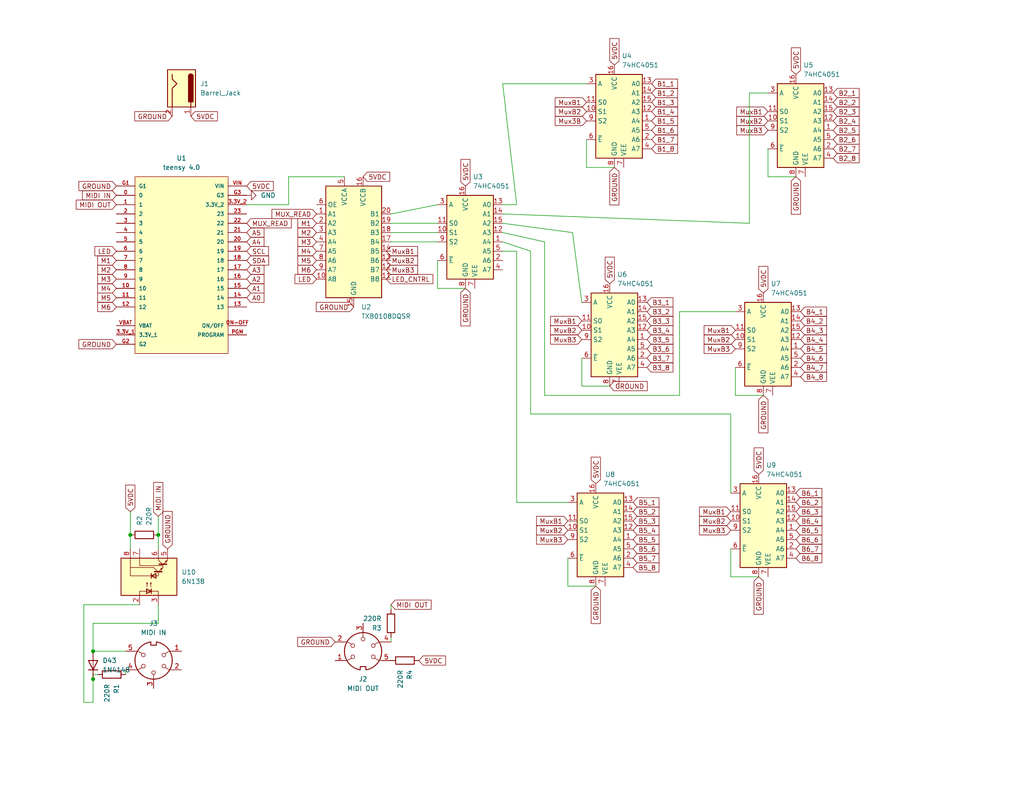
<source format=kicad_sch>
(kicad_sch (version 20211123) (generator eeschema)
  (paper "A")
  (title_block (title "BenzMOARknobz") (company "BSS"))
  (junction (at 25.4 177.8))
  (junction (at 25.4 185.42))
  (junction (at 43.18 146.05))
  (junction (at 35.56 146.05))
  (wire (pts (xy 468.63 76.2) (xy 468.63 96.52)))
  (wire (pts (xy 394.97 50.8) (xy 394.97 49.53)))
  (wire (pts (xy 137.16 66.04) (xy 144.78 68.58)))
  (wire (pts (xy 78.74 55.88) (xy 78.74 48.26)))
  (wire (pts (xy 304.8 93.98) (xy 295.91 93.98)))
  (wire (pts (xy 26.67 184.15) (xy 25.4 184.15)))
  (wire (pts (xy 370.84 96.52) (xy 379.73 96.52)))
  (wire (pts (xy 295.91 93.98) (xy 295.91 118.11)))
  (wire (pts (xy 394.97 140.97) (xy 394.97 139.7)))
  (wire (pts (xy 154.94 160.02) (xy 162.56 160.02)))
  (wire (pts (xy 78.74 48.26) (xy 93.98 48.26)))
  (wire (pts (xy 137.16 58.42) (xy 204.47 60.96)))
  (wire (pts (xy 304.8 46.99) (xy 295.91 46.99)))
  (wire (pts (xy 370.84 49.53) (xy 379.73 49.53)))
  (wire (pts (xy 369.57 72.39) (xy 369.57 73.66)))
  (wire (pts (xy 459.74 76.2) (xy 468.63 76.2)))
  (wire (pts (xy 417.83 26.67) (xy 417.83 27.94)))
  (wire (pts (xy 38.1 165.1) (xy 22.86 165.1)))
  (wire (pts (xy 453.39 139.7) (xy 443.23 139.7)))
  (wire (pts (xy 160.02 45.72) (xy 167.64 45.72)))
  (wire (pts (xy 200.66 85.09) (xy 185.42 85.09)))
  (wire (pts (xy 443.23 96.52) (xy 443.23 97.79)))
  (wire (pts (xy 204.47 60.96) (xy 204.47 25.4)))
  (wire (pts (xy 320.04 95.25) (xy 320.04 93.98)))
  (wire (pts (xy 419.1 97.79) (xy 427.99 97.79)))
  (wire (pts (xy 140.97 55.88) (xy 137.16 55.88)))
  (wire (pts (xy 453.39 49.53) (xy 443.23 49.53)))
  (wire (pts (xy 355.6 49.53) (xy 346.71 49.53)))
  (wire (pts (xy 295.91 46.99) (xy 295.91 73.66)))
  (wire (pts (xy 160.02 38.1) (xy 160.02 45.72)))
  (wire (pts (xy 321.31 118.11) (xy 321.31 116.84)))
  (wire (pts (xy 444.5 27.94) (xy 444.5 29.21)))
  (wire (pts (xy 369.57 25.4) (xy 369.57 26.67)))
  (wire (pts (xy 370.84 139.7) (xy 379.73 139.7)))
  (wire (pts (xy 331.47 138.43) (xy 320.04 138.43)))
  (wire (pts (xy 199.39 157.48) (xy 207.01 157.48)))
  (wire (pts (xy 417.83 118.11) (xy 417.83 119.38)))
  (wire (pts (xy 106.68 58.42) (xy 119.38 55.88)))
  (wire (pts (xy 106.68 66.04) (xy 119.38 66.04)))
  (wire (pts (xy 320.04 138.43) (xy 320.04 137.16)))
  (wire (pts (xy 119.38 78.74) (xy 127 78.74)))
  (wire (pts (xy 346.71 139.7) (xy 346.71 138.43)))
  (wire (pts (xy 360.68 25.4) (xy 369.57 25.4)))
  (wire (pts (xy 384.81 73.66) (xy 393.7 73.66)))
  (wire (pts (xy 408.94 26.67) (xy 417.83 26.67)))
  (wire (pts (xy 443.23 49.53) (xy 443.23 50.8)))
  (wire (pts (xy 22.86 191.77) (xy 25.4 191.77)))
  (wire (pts (xy 200.66 107.95) (xy 208.28 107.95)))
  (wire (pts (xy 22.86 165.1) (xy 22.86 191.77)))
  (wire (pts (xy 360.68 116.84) (xy 369.57 116.84)))
  (wire (pts (xy 403.86 140.97) (xy 394.97 140.97)))
  (wire (pts (xy 35.56 139.7) (xy 35.56 146.05)))
  (wire (pts (xy 408.94 118.11) (xy 417.83 118.11)))
  (wire (pts (xy 408.94 73.66) (xy 417.83 73.66)))
  (wire (pts (xy 384.81 26.67) (xy 393.7 26.67)))
  (wire (pts (xy 209.55 40.64) (xy 209.55 48.26)))
  (wire (pts (xy 158.75 97.79) (xy 158.75 105.41)))
  (wire (pts (xy 43.18 146.05) (xy 43.18 149.86)))
  (wire (pts (xy 67.31 55.88) (xy 78.74 55.88)))
  (wire (pts (xy 459.74 120.65) (xy 468.63 120.65)))
  (wire (pts (xy 106.68 60.96) (xy 119.38 60.96)))
  (wire (pts (xy 419.1 140.97) (xy 427.99 140.97)))
  (wire (pts (xy 34.29 182.88) (xy 34.29 184.15)))
  (wire (pts (xy 140.97 68.58) (xy 140.97 137.16)))
  (wire (pts (xy 360.68 72.39) (xy 369.57 72.39)))
  (wire (pts (xy 144.78 113.03) (xy 144.78 68.58)))
  (wire (pts (xy 443.23 139.7) (xy 443.23 140.97)))
  (wire (pts (xy 444.5 74.93) (xy 444.5 76.2)))
  (wire (pts (xy 25.4 184.15) (xy 25.4 185.42)))
  (wire (pts (xy 346.71 49.53) (xy 346.71 48.26)))
  (wire (pts (xy 336.55 72.39) (xy 345.44 72.39)))
  (wire (pts (xy 331.47 95.25) (xy 320.04 95.25)))
  (wire (pts (xy 433.07 27.94) (xy 444.5 27.94)))
  (wire (pts (xy 384.81 118.11) (xy 393.7 118.11)))
  (wire (pts (xy 148.59 107.95) (xy 148.59 66.04)))
  (wire (pts (xy 468.63 120.65) (xy 468.63 139.7)))
  (wire (pts (xy 35.56 146.05) (xy 35.56 149.86)))
  (wire (pts (xy 148.59 66.04) (xy 137.16 63.5)))
  (wire (pts (xy 199.39 113.03) (xy 144.78 113.03)))
  (wire (pts (xy 199.39 134.62) (xy 199.39 113.03)))
  (wire (pts (xy 199.39 149.86) (xy 199.39 157.48)))
  (wire (pts (xy 403.86 50.8) (xy 394.97 50.8)))
  (wire (pts (xy 106.68 63.5) (xy 119.38 63.5)))
  (wire (pts (xy 160.02 22.86) (xy 137.16 22.86)))
  (wire (pts (xy 321.31 26.67) (xy 321.31 25.4)))
  (wire (pts (xy 346.71 96.52) (xy 346.71 95.25)))
  (wire (pts (xy 119.38 71.12) (xy 119.38 78.74)))
  (wire (pts (xy 204.47 25.4) (xy 209.55 25.4)))
  (wire (pts (xy 43.18 165.1) (xy 43.18 170.18)))
  (wire (pts (xy 185.42 85.09) (xy 185.42 107.95)))
  (wire (pts (xy 311.15 73.66) (xy 321.31 73.66)))
  (wire (pts (xy 453.39 96.52) (xy 443.23 96.52)))
  (wire (pts (xy 106.68 173.99) (xy 106.68 175.26)))
  (wire (pts (xy 311.15 26.67) (xy 321.31 26.67)))
  (wire (pts (xy 43.18 170.18) (xy 25.4 170.18)))
  (wire (pts (xy 444.5 119.38) (xy 444.5 120.65)))
  (wire (pts (xy 200.66 100.33) (xy 200.66 107.95)))
  (wire (pts (xy 311.15 118.11) (xy 321.31 118.11)))
  (wire (pts (xy 156.21 63.5) (xy 158.75 82.55)))
  (wire (pts (xy 321.31 73.66) (xy 321.31 72.39)))
  (wire (pts (xy 106.68 165.1) (xy 106.68 166.37)))
  (wire (pts (xy 137.16 68.58) (xy 140.97 68.58)))
  (wire (pts (xy 154.94 152.4) (xy 154.94 160.02)))
  (wire (pts (xy 417.83 73.66) (xy 417.83 74.93)))
  (wire (pts (xy 336.55 25.4) (xy 345.44 25.4)))
  (wire (pts (xy 137.16 22.86) (xy 140.97 55.88)))
  (wire (pts (xy 209.55 48.26) (xy 217.17 48.26)))
  (wire (pts (xy 331.47 48.26) (xy 320.04 48.26)))
  (wire (pts (xy 394.97 97.79) (xy 394.97 96.52)))
  (wire (pts (xy 459.74 29.21) (xy 468.63 29.21)))
  (wire (pts (xy 25.4 177.8) (xy 34.29 177.8)))
  (wire (pts (xy 419.1 50.8) (xy 427.99 50.8)))
  (wire (pts (xy 320.04 48.26) (xy 320.04 46.99)))
  (wire (pts (xy 468.63 29.21) (xy 468.63 49.53)))
  (wire (pts (xy 433.07 74.93) (xy 444.5 74.93)))
  (wire (pts (xy 355.6 139.7) (xy 346.71 139.7)))
  (wire (pts (xy 433.07 119.38) (xy 444.5 119.38)))
  (wire (pts (xy 25.4 185.42) (xy 25.4 191.77)))
  (wire (pts (xy 185.42 107.95) (xy 148.59 107.95)))
  (wire (pts (xy 137.16 60.96) (xy 156.21 63.5)))
  (wire (pts (xy 369.57 116.84) (xy 369.57 118.11)))
  (wire (pts (xy 403.86 97.79) (xy 394.97 97.79)))
  (wire (pts (xy 355.6 96.52) (xy 346.71 96.52)))
  (wire (pts (xy 158.75 105.41) (xy 166.37 105.41)))
  (wire (pts (xy 43.18 140.97) (xy 43.18 146.05)))
  (wire (pts (xy 154.94 137.16) (xy 140.97 137.16)))
  (wire (pts (xy 25.4 170.18) (xy 25.4 177.8)))
  (wire (pts (xy 336.55 116.84) (xy 345.44 116.84)))
  (global_label "B6_3" (shape input) (at 697.23 71.12 0) (property "Intersheet References" "${INTERSHEET_REFS}" (effects hide)))
  (global_label "Mux3B" (shape input) (at 160.02 33.02 180) (property "Intersheet References" "${INTERSHEET_REFS}" (effects hide)))
  (global_label "LED" (shape input) (at 86.36 76.2 180) (property "Intersheet References" "${INTERSHEET_REFS}" (effects hide)))
  (global_label "A4" (shape input) (at 67.31 66.04 0) (property "Intersheet References" "${INTERSHEET_REFS}" (effects hide)))
  (global_label "B4_5" (shape input) (at 218.44 95.25 0) (property "Intersheet References" "${INTERSHEET_REFS}" (effects hide)))
  (global_label "A3" (shape input) (at 67.31 73.66 0) (property "Intersheet References" "${INTERSHEET_REFS}" (effects hide)))
  (global_label "5VDC" (shape input) (at 538.48 55.88 180) (property "Intersheet References" "${INTERSHEET_REFS}" (effects hide)))
  (global_label "MIDI OUT" (shape input) (at 106.68 165.1 0) (property "Intersheet References" "${INTERSHEET_REFS}" (effects hide)))
  (global_label "5VDC" (shape input) (at 452.12 113.03 90) (property "Intersheet References" "${INTERSHEET_REFS}" (effects hide)))
  (global_label "5VDC" (shape input) (at 746.76 54.61 180) (property "Intersheet References" "${INTERSHEET_REFS}" (effects hide)))
  (global_label "5VDC" (shape input) (at 328.93 64.77 90) (property "Intersheet References" "${INTERSHEET_REFS}" (effects hide)))
  (global_label "GROUND" (shape input) (at 435.61 90.17 180) (property "Intersheet References" "${INTERSHEET_REFS}" (effects hide)))
  (global_label "B3_6" (shape input) (at 751.84 40.64 0) (property "Intersheet References" "${INTERSHEET_REFS}" (effects hide)))
  (global_label "B6_4" (shape input) (at 217.17 142.24 0) (property "Intersheet References" "${INTERSHEET_REFS}" (effects hide)))
  (global_label "GROUND" (shape input) (at 461.01 132.08 180) (property "Intersheet References" "${INTERSHEET_REFS}" (effects hide)))
  (global_label "5VDC" (shape input) (at 339.09 55.88 270) (property "Intersheet References" "${INTERSHEET_REFS}" (effects hide)))
  (global_label "5VDC" (shape input) (at 513.08 41.91 180) (property "Intersheet References" "${INTERSHEET_REFS}" (effects hide)))
  (global_label "B2_3" (shape input) (at 750.57 24.13 0) (property "Intersheet References" "${INTERSHEET_REFS}" (effects hide)))
  (global_label "GROUND" (shape input) (at 162.56 160.02 270) (property "Intersheet References" "${INTERSHEET_REFS}" (effects hide)))
  (global_label "GROUND" (shape input) (at 387.35 41.91 180) (property "Intersheet References" "${INTERSHEET_REFS}" (effects hide)))
  (global_label "B2_5" (shape input) (at 227.33 35.56 0) (property "Intersheet References" "${INTERSHEET_REFS}" (effects hide)))
  (global_label "5VDC" (shape input) (at 99.06 48.26 0) (property "Intersheet References" "${INTERSHEET_REFS}" (effects hide)))
  (global_label "5VDC" (shape input) (at 664.21 55.88 180) (property "Intersheet References" "${INTERSHEET_REFS}" (effects hide)))
  (global_label "5VDC" (shape input) (at 353.06 109.22 90) (property "Intersheet References" "${INTERSHEET_REFS}" (effects hide)))
  (global_label "B2_1" (shape input) (at 695.96 24.13 0) (property "Intersheet References" "${INTERSHEET_REFS}" (effects hide)))
  (global_label "5VDC" (shape input) (at 514.35 124.46 180) (property "Intersheet References" "${INTERSHEET_REFS}" (effects hide)))
  (global_label "B4_8" (shape input) (at 618.49 124.46 0) (property "Intersheet References" "${INTERSHEET_REFS}" (effects hide)))
  (global_label "B3_7" (shape input) (at 520.7 55.88 0) (property "Intersheet References" "${INTERSHEET_REFS}" (effects hide)))
  (global_label "5VDC" (shape input) (at 377.19 19.05 90) (property "Intersheet References" "${INTERSHEET_REFS}" (effects hide)))
  (global_label "M1" (shape input) (at 31.75 71.12 180) (property "Intersheet References" "${INTERSHEET_REFS}" (effects hide)))
  (global_label "5VDC" (shape input) (at 615.95 24.13 180) (property "Intersheet References" "${INTERSHEET_REFS}" (effects hide)))
  (global_label "5VDC" (shape input) (at 377.19 110.49 90) (property "Intersheet References" "${INTERSHEET_REFS}" (effects hide)))
  (global_label "B6_8" (shape input) (at 679.45 124.46 0) (property "Intersheet References" "${INTERSHEET_REFS}" (effects hide)))
  (global_label "5VDC" (shape input) (at 749.3 71.12 180) (property "Intersheet References" "${INTERSHEET_REFS}" (effects hide)))
  (global_label "B2_7" (shape input) (at 227.33 40.64 0) (property "Intersheet References" "${INTERSHEET_REFS}" (effects hide)))
  (global_label "M1" (shape input) (at 86.36 60.96 180) (property "Intersheet References" "${INTERSHEET_REFS}" (effects hide)))
  (global_label "B5_2" (shape input) (at 754.38 54.61 0) (property "Intersheet References" "${INTERSHEET_REFS}" (effects hide)))
  (global_label "B6_2" (shape input) (at 673.1 71.12 0) (property "Intersheet References" "${INTERSHEET_REFS}" (effects hide)))
  (global_label "GROUND" (shape input) (at 401.32 81.28 180) (property "Intersheet References" "${INTERSHEET_REFS}" (effects hide)))
  (global_label "GROUND" (shape input) (at 741.68 191.77 0) (property "Intersheet References" "${INTERSHEET_REFS}" (effects hide)))
  (global_label "SCL" (shape input) (at 562.61 148.59 0) (property "Intersheet References" "${INTERSHEET_REFS}" (effects hide)))
  (global_label "GROUND" (shape input) (at 303.53 125.73 180) (property "Intersheet References" "${INTERSHEET_REFS}" (effects hide)))
  (global_label "B3_1" (shape input) (at 176.53 82.55 0) (property "Intersheet References" "${INTERSHEET_REFS}" (effects hide)))
  (global_label "B4_4" (shape input) (at 622.3 55.88 0) (property "Intersheet References" "${INTERSHEET_REFS}" (effects hide)))
  (global_label "GROUND" (shape input) (at 46.99 31.75 180) (property "Intersheet References" "${INTERSHEET_REFS}" (effects hide)))
  (global_label "5VDC" (shape input) (at 688.34 24.13 180) (property "Intersheet References" "${INTERSHEET_REFS}" (effects hide)))
  (global_label "5VDC" (shape input) (at 411.48 58.42 270) (property "Intersheet References" "${INTERSHEET_REFS}" (effects hide)))
  (global_label "B6_7" (shape input) (at 217.17 149.86 0) (property "Intersheet References" "${INTERSHEET_REFS}" (effects hide)))
  (global_label "5VDC" (shape input) (at 716.28 55.88 180) (property "Intersheet References" "${INTERSHEET_REFS}" (effects hide)))
  (global_label "A0" (shape input) (at 67.31 81.28 0) (property "Intersheet References" "${INTERSHEET_REFS}" (effects hide)))
  (global_label "LED_CNTRL" (shape input) (at 105.41 76.2 0) (property "Intersheet References" "${INTERSHEET_REFS}" (effects hide)))
  (global_label "B5_2" (shape input) (at 172.72 139.7 0) (property "Intersheet References" "${INTERSHEET_REFS}" (effects hide)))
  (global_label "5VDC" (shape input) (at 641.35 55.88 180) (property "Intersheet References" "${INTERSHEET_REFS}" (effects hide)))
  (global_label "GROUND" (shape input) (at 411.48 90.17 180) (property "Intersheet References" "${INTERSHEET_REFS}" (effects hide)))
  (global_label "5VDC" (shape input) (at 565.15 24.13 180) (property "Intersheet References" "${INTERSHEET_REFS}" (effects hide)))
  (global_label "B2_6" (shape input) (at 571.5 41.91 0) (property "Intersheet References" "${INTERSHEET_REFS}" (effects hide)))
  (global_label "5VDC" (shape input) (at 664.21 41.91 180) (property "Intersheet References" "${INTERSHEET_REFS}" (effects hide)))
  (global_label "B2_5" (shape input) (at 546.1 41.91 0) (property "Intersheet References" "${INTERSHEET_REFS}" (effects hide)))
  (global_label "M6" (shape input) (at 86.36 73.66 180) (property "Intersheet References" "${INTERSHEET_REFS}" (effects hide)))
  (global_label "GROUND" (shape input) (at 339.09 130.81 180) (property "Intersheet References" "${INTERSHEET_REFS}" (effects hide)))
  (global_label "MuxB1" (shape input) (at 154.94 142.24 180) (property "Intersheet References" "${INTERSHEET_REFS}" (effects hide)))
  (global_label "GROUND" (shape input) (at 387.35 132.08 180) (property "Intersheet References" "${INTERSHEET_REFS}" (effects hide)))
  (global_label "A4" (shape input) (at 741.68 124.46 0) (property "Intersheet References" "${INTERSHEET_REFS}" (effects hide)))
  (global_label "B1_1" (shape input) (at 521.97 24.13 0) (property "Intersheet References" "${INTERSHEET_REFS}" (effects hide)))
  (global_label "B3_4" (shape input) (at 176.53 90.17 0) (property "Intersheet References" "${INTERSHEET_REFS}" (effects hide)))
  (global_label "GROUND" (shape input) (at 521.97 171.45 180) (property "Intersheet References" "${INTERSHEET_REFS}" (effects hide)))
  (global_label "MuxB3" (shape input) (at 209.55 35.56 180) (property "Intersheet References" "${INTERSHEET_REFS}" (effects hide)))
  (global_label "GROUND" (shape input) (at 387.35 88.9 180) (property "Intersheet References" "${INTERSHEET_REFS}" (effects hide)))
  (global_label "5VDC" (shape input) (at 339.09 102.87 270) (property "Intersheet References" "${INTERSHEET_REFS}" (effects hide)))
  (global_label "GROUND" (shape input) (at 741.68 139.7 0) (property "Intersheet References" "${INTERSHEET_REFS}" (effects hide)))
  (global_label "B4_5" (shape input) (at 648.97 55.88 0) (property "Intersheet References" "${INTERSHEET_REFS}" (effects hide)))
  (global_label "B4_1" (shape input) (at 218.44 85.09 0) (property "Intersheet References" "${INTERSHEET_REFS}" (effects hide)))
  (global_label "B3_3" (shape input) (at 671.83 41.91 0) (property "Intersheet References" "${INTERSHEET_REFS}" (effects hide)))
  (global_label "5VDC" (shape input) (at 637.54 121.92 180) (property "Intersheet References" "${INTERSHEET_REFS}" (effects hide)))
  (global_label "B5_8" (shape input) (at 647.7 124.46 0) (property "Intersheet References" "${INTERSHEET_REFS}" (effects hide)))
  (global_label "5VDC" (shape input) (at 425.45 67.31 90) (property "Intersheet References" "${INTERSHEET_REFS}" (effects hide)))
  (global_label "B3_2" (shape input) (at 176.53 85.09 0) (property "Intersheet References" "${INTERSHEET_REFS}" (effects hide)))
  (global_label "5VDC" (shape input) (at 563.88 55.88 180) (property "Intersheet References" "${INTERSHEET_REFS}" (effects hide)))
  (global_label "5VDC" (shape input) (at 353.06 64.77 90) (property "Intersheet References" "${INTERSHEET_REFS}" (effects hide)))
  (global_label "B1_8" (shape input) (at 524.51 124.46 0) (property "Intersheet References" "${INTERSHEET_REFS}" (effects hide)))
  (global_label "5VDC" (shape input) (at 539.75 24.13 180) (property "Intersheet References" "${INTERSHEET_REFS}" (effects hide)))
  (global_label "GROUND" (shape input) (at 208.28 107.95 270) (property "Intersheet References" "${INTERSHEET_REFS}" (effects hide)))
  (global_label "M2" (shape input) (at 31.75 73.66 180) (property "Intersheet References" "${INTERSHEET_REFS}" (effects hide)))
  (global_label "5VDC" (shape input) (at 575.31 121.92 180) (property "Intersheet References" "${INTERSHEET_REFS}" (effects hide)))
  (global_label "B6_2" (shape input) (at 217.17 137.16 0) (property "Intersheet References" "${INTERSHEET_REFS}" (effects hide)))
  (global_label "GROUND" (shape input) (at 363.22 88.9 180) (property "Intersheet References" "${INTERSHEET_REFS}" (effects hide)))
  (global_label "B5_4" (shape input) (at 547.37 71.12 0) (property "Intersheet References" "${INTERSHEET_REFS}" (effects hide)))
  (global_label "B3_4" (shape input) (at 695.96 41.91 0) (property "Intersheet References" "${INTERSHEET_REFS}" (effects hide)))
  (global_label "B5_1" (shape input) (at 723.9 55.88 0) (property "Intersheet References" "${INTERSHEET_REFS}" (effects hide)))
  (global_label "GROUND" (shape input) (at 339.09 87.63 180) (property "Intersheet References" "${INTERSHEET_REFS}" (effects hide)))
  (global_label "MuxB3" (shape input) (at 200.66 95.25 180) (property "Intersheet References" "${INTERSHEET_REFS}" (effects hide)))
  (global_label "A2" (shape input) (at 67.31 76.2 0) (property "Intersheet References" "${INTERSHEET_REFS}" (effects hide)))
  (global_label "MUX_READ" (shape input) (at 67.31 60.96 0) (property "Intersheet References" "${INTERSHEET_REFS}" (effects hide)))
  (global_label "LED_CNTRL" (shape input) (at 295.91 26.67 180) (property "Intersheet References" "${INTERSHEET_REFS}" (effects hide)))
  (global_label "A5" (shape input) (at 741.68 102.87 0) (property "Intersheet References" "${INTERSHEET_REFS}" (effects hide)))
  (global_label "B5_5" (shape input) (at 172.72 147.32 0) (property "Intersheet References" "${INTERSHEET_REFS}" (effects hide)))
  (global_label "GROUND" (shape input) (at 303.53 34.29 180) (property "Intersheet References" "${INTERSHEET_REFS}" (effects hide)))
  (global_label "B2_8" (shape input) (at 556.26 124.46 0) (property "Intersheet References" "${INTERSHEET_REFS}" (effects hide)))
  (global_label "B1_2" (shape input) (at 177.8 25.4 0) (property "Intersheet References" "${INTERSHEET_REFS}" (effects hide)))
  (global_label "B1_4" (shape input) (at 177.8 30.48 0) (property "Intersheet References" "${INTERSHEET_REFS}" (effects hide)))
  (global_label "GROUND" (shape input) (at 339.09 40.64 180) (property "Intersheet References" "${INTERSHEET_REFS}" (effects hide)))
  (global_label "A1" (shape input) (at 741.68 177.8 0) (property "Intersheet References" "${INTERSHEET_REFS}" (effects hide)))
  (global_label "B2_1" (shape input) (at 227.33 25.4 0) (property "Intersheet References" "${INTERSHEET_REFS}" (effects hide)))
  (global_label "5VDC" (shape input) (at 387.35 57.15 270) (property "Intersheet References" "${INTERSHEET_REFS}" (effects hide)))
  (global_label "B6_6" (shape input) (at 217.17 147.32 0) (property "Intersheet References" "${INTERSHEET_REFS}" (effects hide)))
  (global_label "MUX_READ" (shape input) (at 86.36 58.42 180) (property "Intersheet References" "${INTERSHEET_REFS}" (effects hide)))
  (global_label "B4_7" (shape input) (at 218.44 100.33 0) (property "Intersheet References" "${INTERSHEET_REFS}" (effects hide)))
  (global_label "MuxB2" (shape input) (at 209.55 33.02 180) (property "Intersheet References" "${INTERSHEET_REFS}" (effects hide)))
  (global_label "M4" (shape input) (at 31.75 78.74 180) (property "Intersheet References" "${INTERSHEET_REFS}" (effects hide)))
  (global_label "GROUND" (shape input) (at 312.42 129.54 180) (property "Intersheet References" "${INTERSHEET_REFS}" (effects hide)))
  (global_label "GROUND" (shape input) (at 96.52 83.82 180) (property "Intersheet References" "${INTERSHEET_REFS}" (effects hide)))
  (global_label "5VDC" (shape input) (at 715.01 24.13 180) (property "Intersheet References" "${INTERSHEET_REFS}" (effects hide)))
  (global_label "B6_8" (shape input) (at 217.17 152.4 0) (property "Intersheet References" "${INTERSHEET_REFS}" (effects hide)))
  (global_label "5VDC" (shape input) (at 339.09 146.05 270) (property "Intersheet References" "${INTERSHEET_REFS}" (effects hide)))
  (global_label "5VDC" (shape input) (at 387.35 147.32 270) (property "Intersheet References" "${INTERSHEET_REFS}" (effects hide)))
  (global_label "MuxB1" (shape input) (at 200.66 90.17 180) (property "Intersheet References" "${INTERSHEET_REFS}" (effects hide)))
  (global_label "B4_2" (shape input) (at 571.5 55.88 0) (property "Intersheet References" "${INTERSHEET_REFS}" (effects hide)))
  (global_label "B5_7" (shape input) (at 623.57 71.12 0) (property "Intersheet References" "${INTERSHEET_REFS}" (effects hide)))
  (global_label "5VDC" (shape input) (at 566.42 71.12 180) (property "Intersheet References" "${INTERSHEET_REFS}" (effects hide)))
  (global_label "5VDC" (shape input) (at 669.29 121.92 180) (property "Intersheet References" "${INTERSHEET_REFS}" (effects hide)))
  (global_label "GROUND" (shape input) (at 353.06 80.01 180) (property "Intersheet References" "${INTERSHEET_REFS}" (effects hide)))
  (global_label "GROUND" (shape input) (at 328.93 80.01 180) (property "Intersheet References" "${INTERSHEET_REFS}" (effects hide)))
  (global_label "GROUND" (shape input) (at 435.61 43.18 180) (property "Intersheet References" "${INTERSHEET_REFS}" (effects hide)))
  (global_label "5VDC" (shape input) (at 452.12 68.58 90) (property "Intersheet References" "${INTERSHEET_REFS}" (effects hide)))
  (global_label "GROUND" (shape input) (at 91.44 175.26 180) (property "Intersheet References" "${INTERSHEET_REFS}" (effects hide)))
  (global_label "SDA" (shape input) (at 67.31 71.12 0) (property "Intersheet References" "${INTERSHEET_REFS}" (effects hide)))
  (global_label "B3_8" (shape input) (at 176.53 100.33 0) (property "Intersheet References" "${INTERSHEET_REFS}" (effects hide)))
  (global_label "B5_6" (shape input) (at 172.72 149.86 0) (property "Intersheet References" "${INTERSHEET_REFS}" (effects hide)))
  (global_label "5VDC" (shape input) (at 563.88 41.91 180) (property "Intersheet References" "${INTERSHEET_REFS}" (effects hide)))
  (global_label "B1_6" (shape input) (at 650.24 24.13 0) (property "Intersheet References" "${INTERSHEET_REFS}" (effects hide)))
  (global_label "5VDC" (shape input) (at 665.48 71.12 180) (property "Intersheet References" "${INTERSHEET_REFS}" (effects hide)))
  (global_label "GROUND" (shape input) (at 425.45 127 180) (property "Intersheet References" "${INTERSHEET_REFS}" (effects hide)))
  (global_label "5VDC" (shape input) (at 590.55 24.13 180) (property "Intersheet References" "${INTERSHEET_REFS}" (effects hide)))
  (global_label "GROUND" (shape input) (at 401.32 125.73 180) (property "Intersheet References" "${INTERSHEET_REFS}" (effects hide)))
  (global_label "GROUND" (shape input) (at 363.22 132.08 180) (property "Intersheet References" "${INTERSHEET_REFS}" (effects hide)))
  (global_label "GROUND" (shape input) (at 328.93 124.46 180) (property "Intersheet References" "${INTERSHEET_REFS}" (effects hide)))
  (global_label "A1" (shape input) (at 67.31 78.74 0) (property "Intersheet References" "${INTERSHEET_REFS}" (effects hide)))
  (global_label "MuxB2" (shape input) (at 200.66 92.71 180) (property "Intersheet References" "${INTERSHEET_REFS}" (effects hide)))
  (global_label "5VDC" (shape input) (at 461.01 57.15 270) (property "Intersheet References" "${INTERSHEET_REFS}" (effects hide)))
  (global_label "GROUND" (shape input) (at 353.06 124.46 180) (property "Intersheet References" "${INTERSHEET_REFS}" (effects hide)))
  (global_label "B5_4" (shape input) (at 172.72 144.78 0) (property "Intersheet References" "${INTERSHEET_REFS}" (effects hide)))
  (global_label "B1_2" (shape input) (at 547.37 24.13 0) (property "Intersheet References" "${INTERSHEET_REFS}" (effects hide)))
  (global_label "GROUND" (shape input) (at 741.68 175.26 0) (property "Intersheet References" "${INTERSHEET_REFS}" (effects hide)))
  (global_label "5VDC" (shape input) (at 641.35 41.91 180) (property "Intersheet References" "${INTERSHEET_REFS}" (effects hide)))
  (global_label "GROUND" (shape input) (at 461.01 88.9 180) (property "Intersheet References" "${INTERSHEET_REFS}" (effects hide)))
  (global_label "MuxB3" (shape input) (at 199.39 144.78 180) (property "Intersheet References" "${INTERSHEET_REFS}" (effects hide)))
  (global_label "B2_3" (shape input) (at 227.33 30.48 0) (property "Intersheet References" "${INTERSHEET_REFS}" (effects hide)))
  (global_label "B1_1" (shape input) (at 177.8 22.86 0) (property "Intersheet References" "${INTERSHEET_REFS}" (effects hide)))
  (global_label "GROUND" (shape input) (at 353.06 33.02 180) (property "Intersheet References" "${INTERSHEET_REFS}" (effects hide)))
  (global_label "B6_1" (shape input) (at 648.97 69.85 0) (property "Intersheet References" "${INTERSHEET_REFS}" (effects hide)))
  (global_label "MIDI IN" (shape input) (at 31.75 53.34 180) (property "Intersheet References" "${INTERSHEET_REFS}" (effects hide)))
  (global_label "B5_6" (shape input) (at 598.17 71.12 0) (property "Intersheet References" "${INTERSHEET_REFS}" (effects hide)))
  (global_label "B6_3" (shape input) (at 217.17 139.7 0) (property "Intersheet References" "${INTERSHEET_REFS}" (effects hide)))
  (global_label "5VDC" (shape input) (at 127 50.8 90) (property "Intersheet References" "${INTERSHEET_REFS}" (effects hide)))
  (global_label "5VDC" (shape input) (at 303.53 19.05 90) (property "Intersheet References" "${INTERSHEET_REFS}" (effects hide)))
  (global_label "5VDC" (shape input) (at 114.3 180.34 0) (property "Intersheet References" "${INTERSHEET_REFS}" (effects hide)))
  (global_label "B3_2" (shape input) (at 648.97 41.91 0) (property "Intersheet References" "${INTERSHEET_REFS}" (effects hide)))
  (global_label "LED" (shape input) (at 31.75 68.58 180) (property "Intersheet References" "${INTERSHEET_REFS}" (effects hide)))
  (global_label "GROUND" (shape input) (at 411.48 43.18 180) (property "Intersheet References" "${INTERSHEET_REFS}" (effects hide)))
  (global_label "B2_8" (shape input) (at 227.33 43.18 0) (property "Intersheet References" "${INTERSHEET_REFS}" (effects hide)))
  (global_label "5VDC" (shape input) (at 641.35 69.85 180) (property "Intersheet References" "${INTERSHEET_REFS}" (effects hide)))
  (global_label "5VDC" (shape input) (at 744.22 40.64 180) (property "Intersheet References" "${INTERSHEET_REFS}" (effects hide)))
  (global_label "GROUND" (shape input) (at 401.32 34.29 180) (property "Intersheet References" "${INTERSHEET_REFS}" (effects hide)))
  (global_label "5VDC" (shape input) (at 401.32 66.04 90) (property "Intersheet References" "${INTERSHEET_REFS}" (effects hide)))
  (global_label "GROUND" (shape input) (at 127 78.74 270) (property "Intersheet References" "${INTERSHEET_REFS}" (effects hide)))
  (global_label "MuxB2" (shape input) (at 105.41 71.12 0) (property "Intersheet References" "${INTERSHEET_REFS}" (effects hide)))
  (global_label "GROUND" (shape input) (at 166.37 105.41 0) (property "Intersheet References" "${INTERSHEET_REFS}" (effects hide)))
  (global_label "GROUND" (shape input) (at 377.19 81.28 180) (property "Intersheet References" "${INTERSHEET_REFS}" (effects hide)))
  (global_label "5VDC" (shape input) (at 589.28 41.91 180) (property "Intersheet References" "${INTERSHEET_REFS}" (effects hide)))
  (global_label "B4_6" (shape input) (at 671.83 55.88 0) (property "Intersheet References" "${INTERSHEET_REFS}" (effects hide)))
  (global_label "5VDC" (shape input) (at 435.61 148.59 270) (property "Intersheet References" "${INTERSHEET_REFS}" (effects hide)))
  (global_label "B1_3" (shape input) (at 572.77 24.13 0) (property "Intersheet References" "${INTERSHEET_REFS}" (effects hide)))
  (global_label "B5_8" (shape input) (at 172.72 154.94 0) (property "Intersheet References" "${INTERSHEET_REFS}" (effects hide)))
  (global_label "GROUND" (shape input) (at 377.19 125.73 180) (property "Intersheet References" "${INTERSHEET_REFS}" (effects hide)))
  (global_label "MuxB1" (shape input) (at 160.02 27.94 180) (property "Intersheet References" "${INTERSHEET_REFS}" (effects hide)))
  (global_label "5VDC" (shape input) (at 452.12 21.59 90) (property "Intersheet References" "${INTERSHEET_REFS}" (effects hide)))
  (global_label "B5_3" (shape input) (at 520.7 71.12 0) (property "Intersheet References" "${INTERSHEET_REFS}" (effects hide)))
  (global_label "B2_7" (shape input) (at 596.9 41.91 0) (property "Intersheet References" "${INTERSHEET_REFS}" (effects hide)))
  (global_label "5VDC" (shape input) (at 401.32 19.05 90) (property "Intersheet References" "${INTERSHEET_REFS}" (effects hide)))
  (global_label "M4" (shape input) (at 86.36 68.58 180) (property "Intersheet References" "${INTERSHEET_REFS}" (effects hide)))
  (global_label "MuxB2" (shape input) (at 160.02 30.48 180) (property "Intersheet References" "${INTERSHEET_REFS}" (effects hide)))
  (global_label "GROUND" (shape input) (at 207.01 157.48 270) (property "Intersheet References" "${INTERSHEET_REFS}" (effects hide)))
  (global_label "GROUND" (shape input) (at 312.42 39.37 180) (property "Intersheet References" "${INTERSHEET_REFS}" (effects hide)))
  (global_label "B3_3" (shape input) (at 176.53 87.63 0) (property "Intersheet References" "${INTERSHEET_REFS}" (effects hide)))
  (global_label "GROUND" (shape input) (at 425.45 82.55 180) (property "Intersheet References" "${INTERSHEET_REFS}" (effects hide)))
  (global_label "B5_1" (shape input) (at 172.72 137.16 0) (property "Intersheet References" "${INTERSHEET_REFS}" (effects hide)))
  (global_label "5VDC" (shape input) (at 608.33 121.92 180) (property "Intersheet References" "${INTERSHEET_REFS}" (effects hide)))
  (global_label "5VDC" (shape input) (at 435.61 105.41 270) (property "Intersheet References" "${INTERSHEET_REFS}" (effects hide)))
  (global_label "5VDC" (shape input) (at 665.48 24.13 180) (property "Intersheet References" "${INTERSHEET_REFS}" (effects hide)))
  (global_label "B4_3" (shape input) (at 218.44 90.17 0) (property "Intersheet References" "${INTERSHEET_REFS}" (effects hide)))
  (global_label "GROUND" (shape input) (at 328.93 33.02 180) (property "Intersheet References" "${INTERSHEET_REFS}" (effects hide)))
  (global_label "MuxB1" (shape input) (at 158.75 87.63 180) (property "Intersheet References" "${INTERSHEET_REFS}" (effects hide)))
  (global_label "5VDC" (shape input) (at 461.01 147.32 270) (property "Intersheet References" "${INTERSHEET_REFS}" (effects hide)))
  (global_label "MuxB3" (shape input) (at 105.41 73.66 0) (property "Intersheet References" "${INTERSHEET_REFS}" (effects hide)))
  (global_label "GROUND" (shape input) (at 435.61 133.35 180) (property "Intersheet References" "${INTERSHEET_REFS}" (effects hide)))
  (global_label "5VDC" (shape input) (at 353.06 17.78 90) (property "Intersheet References" "${INTERSHEET_REFS}" (effects hide)))
  (global_label "B6_7" (shape input) (at 544.83 86.36 0) (property "Intersheet References" "${INTERSHEET_REFS}" (effects hide)))
  (global_label "5VDC" (shape input) (at 538.48 41.91 180) (property "Intersheet References" "${INTERSHEET_REFS}" (effects hide)))
  (global_label "B2_2" (shape input) (at 227.33 27.94 0) (property "Intersheet References" "${INTERSHEET_REFS}" (effects hide)))
  (global_label "B3_5" (shape input) (at 176.53 92.71 0) (property "Intersheet References" "${INTERSHEET_REFS}" (effects hide)))
  (global_label "5VDC" (shape input) (at 689.61 55.88 180) (property "Intersheet References" "${INTERSHEET_REFS}" (effects hide)))
  (global_label "5VDC" (shape input) (at 411.48 105.41 270) (property "Intersheet References" "${INTERSHEET_REFS}" (effects hide)))
  (global_label "5VDC" (shape input) (at 614.68 55.88 180) (property "Intersheet References" "${INTERSHEET_REFS}" (effects hide)))
  (global_label "GROUND" (shape input) (at 452.12 83.82 180) (property "Intersheet References" "${INTERSHEET_REFS}" (effects hide)))
  (global_label "GROUND" (shape input) (at 31.75 50.8 180) (property "Intersheet References" "${INTERSHEET_REFS}" (effects hide)))
  (global_label "5VDC" (shape input) (at 401.32 110.49 90) (property "Intersheet References" "${INTERSHEET_REFS}" (effects hide)))
  (global_label "5VDC" (shape input) (at 303.53 66.04 90) (property "Intersheet References" "${INTERSHEET_REFS}" (effects hide)))
  (global_label "5VDC" (shape input) (at 521.97 158.75 180) (property "Intersheet References" "${INTERSHEET_REFS}" (effects hide)))
  (global_label "5VDC" (shape input) (at 162.56 132.08 90) (property "Intersheet References" "${INTERSHEET_REFS}" (effects hide)))
  (global_label "5VDC" (shape input) (at 589.28 55.88 180) (property "Intersheet References" "${INTERSHEET_REFS}" (effects hide)))
  (global_label "GROUND" (shape input) (at 377.19 34.29 180) (property "Intersheet References" "${INTERSHEET_REFS}" (effects hide)))
  (global_label "B4_4" (shape input) (at 218.44 92.71 0) (property "Intersheet References" "${INTERSHEET_REFS}" (effects hide)))
  (global_label "5VDC" (shape input) (at 514.35 24.13 180) (property "Intersheet References" "${INTERSHEET_REFS}" (effects hide)))
  (global_label "SDA" (shape input) (at 562.61 151.13 0) (property "Intersheet References" "${INTERSHEET_REFS}" (effects hide)))
  (global_label "5VDC" (shape input) (at 208.28 80.01 90) (property "Intersheet References" "${INTERSHEET_REFS}" (effects hide)))
  (global_label "B4_2" (shape input) (at 218.44 87.63 0) (property "Intersheet References" "${INTERSHEET_REFS}" (effects hide)))
  (global_label "B3_1" (shape input) (at 622.3 41.91 0) (property "Intersheet References" "${INTERSHEET_REFS}" (effects hide)))
  (global_label "B2_4" (shape input) (at 227.33 33.02 0) (property "Intersheet References" "${INTERSHEET_REFS}" (effects hide)))
  (global_label "MuxB1" (shape input) (at 199.39 139.7 180) (property "Intersheet References" "${INTERSHEET_REFS}" (effects hide)))
  (global_label "B4_8" (shape input) (at 218.44 102.87 0) (property "Intersheet References" "${INTERSHEET_REFS}" (effects hide)))
  (global_label "B3_8" (shape input) (at 585.47 124.46 0) (property "Intersheet References" "${INTERSHEET_REFS}" (effects hide)))
  (global_label "B1_7" (shape input) (at 177.8 38.1 0) (property "Intersheet References" "${INTERSHEET_REFS}" (effects hide)))
  (global_label "B1_8" (shape input) (at 177.8 40.64 0) (property "Intersheet References" "${INTERSHEET_REFS}" (effects hide)))
  (global_label "5VDC" (shape input) (at 688.34 41.91 180) (property "Intersheet References" "${INTERSHEET_REFS}" (effects hide)))
  (global_label "5VDC" (shape input) (at 717.55 71.12 180) (property "Intersheet References" "${INTERSHEET_REFS}" (effects hide)))
  (global_label "B1_3" (shape input) (at 177.8 27.94 0) (property "Intersheet References" "${INTERSHEET_REFS}" (effects hide)))
  (global_label "B5_3" (shape input) (at 172.72 142.24 0) (property "Intersheet References" "${INTERSHEET_REFS}" (effects hide)))
  (global_label "5VDC" (shape input) (at 363.22 57.15 270) (property "Intersheet References" "${INTERSHEET_REFS}" (effects hide)))
  (global_label "B3_5" (shape input) (at 722.63 41.91 0) (property "Intersheet References" "${INTERSHEET_REFS}" (effects hide)))
  (global_label "5VDC" (shape input) (at 513.08 71.12 180) (property "Intersheet References" "${INTERSHEET_REFS}" (effects hide)))
  (global_label "5VDC" (shape input) (at 312.42 101.6 270) (property "Intersheet References" "${INTERSHEET_REFS}" (effects hide)))
  (global_label "5VDC" (shape input) (at 377.19 66.04 90) (property "Intersheet References" "${INTERSHEET_REFS}" (effects hide)))
  (global_label "5VDC" (shape input) (at 328.93 17.78 90) (property "Intersheet References" "${INTERSHEET_REFS}" (effects hide)))
  (global_label "MIDI IN" (shape input) (at 43.18 140.97 90) (property "Intersheet References" "${INTERSHEET_REFS}" (effects hide)))
  (global_label "B2_2" (shape input) (at 722.63 24.13 0) (property "Intersheet References" "${INTERSHEET_REFS}" (effects hide)))
  (global_label "M3" (shape input) (at 31.75 76.2 180) (property "Intersheet References" "${INTERSHEET_REFS}" (effects hide)))
  (global_label "GROUND" (shape input) (at 741.68 100.33 0) (property "Intersheet References" "${INTERSHEET_REFS}" (effects hide)))
  (global_label "GROUND" (shape input) (at 303.53 81.28 180) (property "Intersheet References" "${INTERSHEET_REFS}" (effects hide)))
  (global_label "5VDC" (shape input) (at 52.07 31.75 0) (property "Intersheet References" "${INTERSHEET_REFS}" (effects hide)))
  (global_label "5VDC" (shape input) (at 742.95 24.13 180) (property "Intersheet References" "${INTERSHEET_REFS}" (effects hide)))
  (global_label "5VDC" (shape input) (at 67.31 50.8 0) (property "Intersheet References" "${INTERSHEET_REFS}" (effects hide)))
  (global_label "B4_7" (shape input) (at 697.23 55.88 0) (property "Intersheet References" "${INTERSHEET_REFS}" (effects hide)))
  (global_label "MuxB1" (shape input) (at 209.55 30.48 180) (property "Intersheet References" "${INTERSHEET_REFS}" (effects hide)))
  (global_label "B2_4" (shape input) (at 520.7 41.91 0) (property "Intersheet References" "${INTERSHEET_REFS}" (effects hide)))
  (global_label "5VDC" (shape input) (at 35.56 139.7 90) (property "Intersheet References" "${INTERSHEET_REFS}" (effects hide)))
  (global_label "5VDC" (shape input) (at 363.22 104.14 270) (property "Intersheet References" "${INTERSHEET_REFS}" (effects hide)))
  (global_label "B5_7" (shape input) (at 172.72 152.4 0) (property "Intersheet References" "${INTERSHEET_REFS}" (effects hide)))
  (global_label "GROUND" (shape input) (at 45.72 149.86 90) (property "Intersheet References" "${INTERSHEET_REFS}" (effects hide)))
  (global_label "5VDC" (shape input) (at 328.93 109.22 90) (property "Intersheet References" "${INTERSHEET_REFS}" (effects hide)))
  (global_label "B3_7" (shape input) (at 176.53 97.79 0) (property "Intersheet References" "${INTERSHEET_REFS}" (effects hide)))
  (global_label "5VDC" (shape input) (at 387.35 104.14 270) (property "Intersheet References" "${INTERSHEET_REFS}" (effects hide)))
  (global_label "B1_6" (shape input) (at 177.8 35.56 0) (property "Intersheet References" "${INTERSHEET_REFS}" (effects hide)))
  (global_label "MIDI OUT" (shape input) (at 31.75 55.88 180) (property "Intersheet References" "${INTERSHEET_REFS}" (effects hide)))
  (global_label "5VDC" (shape input) (at 303.53 110.49 90) (property "Intersheet References" "${INTERSHEET_REFS}" (effects hide)))
  (global_label "5VDC" (shape input) (at 461.01 104.14 270) (property "Intersheet References" "${INTERSHEET_REFS}" (effects hide)))
  (global_label "5VDC" (shape input) (at 546.1 121.92 180) (property "Intersheet References" "${INTERSHEET_REFS}" (effects hide)))
  (global_label "5VDC" (shape input) (at 715.01 41.91 180) (property "Intersheet References" "${INTERSHEET_REFS}" (effects hide)))
  (global_label "5VDC" (shape input) (at 435.61 58.42 270) (property "Intersheet References" "${INTERSHEET_REFS}" (effects hide)))
  (global_label "5VDC" (shape input) (at 425.45 111.76 90) (property "Intersheet References" "${INTERSHEET_REFS}" (effects hide)))
  (global_label "B1_4" (shape input) (at 598.17 24.13 0) (property "Intersheet References" "${INTERSHEET_REFS}" (effects hide)))
  (global_label "B3_6" (shape input) (at 176.53 95.25 0) (property "Intersheet References" "${INTERSHEET_REFS}" (effects hide)))
  (global_label "5VDC" (shape input) (at 312.42 54.61 270) (property "Intersheet References" "${INTERSHEET_REFS}" (effects hide)))
  (global_label "5VDC" (shape input) (at 425.45 20.32 90) (property "Intersheet References" "${INTERSHEET_REFS}" (effects hide)))
  (global_label "5VDC" (shape input) (at 166.37 77.47 90) (property "Intersheet References" "${INTERSHEET_REFS}" (effects hide)))
  (global_label "B6_5" (shape input) (at 756.92 71.12 0) (property "Intersheet References" "${INTERSHEET_REFS}" (effects hide)))
  (global_label "A3" (shape input) (at 741.68 142.24 0) (property "Intersheet References" "${INTERSHEET_REFS}" (effects hide)))
  (global_label "M3" (shape input) (at 86.36 66.04 180) (property "Intersheet References" "${INTERSHEET_REFS}" (effects hide)))
  (global_label "A2" (shape input) (at 741.68 160.02 0) (property "Intersheet References" "${INTERSHEET_REFS}" (effects hide)))
  (global_label "B1_5" (shape input) (at 177.8 33.02 0) (property "Intersheet References" "${INTERSHEET_REFS}" (effects hide)))
  (global_label "SCL" (shape input) (at 67.31 68.58 0) (property "Intersheet References" "${INTERSHEET_REFS}" (effects hide)))
  (global_label "5VDC" (shape input) (at 217.17 20.32 90) (property "Intersheet References" "${INTERSHEET_REFS}" (effects hide)))
  (global_label "M5" (shape input) (at 86.36 71.12 180) (property "Intersheet References" "${INTERSHEET_REFS}" (effects hide)))
  (global_label "5VDC" (shape input) (at 537.21 86.36 180) (property "Intersheet References" "${INTERSHEET_REFS}" (effects hide)))
  (global_label "GROUND" (shape input) (at 425.45 35.56 180) (property "Intersheet References" "${INTERSHEET_REFS}" (effects hide)))
  (global_label "5VDC" (shape input) (at 614.68 41.91 180) (property "Intersheet References" "${INTERSHEET_REFS}" (effects hide)))
  (global_label "B1_7" (shape input) (at 673.1 24.13 0) (property "Intersheet References" "${INTERSHEET_REFS}" (effects hide)))
  (global_label "MuxB2" (shape input) (at 199.39 142.24 180) (property "Intersheet References" "${INTERSHEET_REFS}" (effects hide)))
  (global_label "5VDC" (shape input) (at 312.42 144.78 270) (property "Intersheet References" "${INTERSHEET_REFS}" (effects hide)))
  (global_label "B4_6" (shape input) (at 218.44 97.79 0) (property "Intersheet References" "${INTERSHEET_REFS}" (effects hide)))
  (global_label "MuxB3" (shape input) (at 154.94 147.32 180) (property "Intersheet References" "${INTERSHEET_REFS}" (effects hide)))
  (global_label "5VDC" (shape input) (at 411.48 148.59 270) (property "Intersheet References" "${INTERSHEET_REFS}" (effects hide)))
  (global_label "5VDC" (shape input) (at 590.55 71.12 180) (property "Intersheet References" "${INTERSHEET_REFS}" (effects hide)))
  (global_label "B6_1" (shape input) (at 217.17 134.62 0) (property "Intersheet References" "${INTERSHEET_REFS}" (effects hide)))
  (global_label "GROUND" (shape input) (at 452.12 36.83 180) (property "Intersheet References" "${INTERSHEET_REFS}" (effects hide)))
  (global_label "M6" (shape input) (at 31.75 83.82 180) (property "Intersheet References" "${INTERSHEET_REFS}" (effects hide)))
  (global_label "MuxB1" (shape input) (at 105.41 68.58 0) (property "Intersheet References" "${INTERSHEET_REFS}" (effects hide)))
  (global_label "A5" (shape input) (at 67.31 63.5 0) (property "Intersheet References" "${INTERSHEET_REFS}" (effects hide)))
  (global_label "B1_5" (shape input) (at 623.57 24.13 0) (property "Intersheet References" "${INTERSHEET_REFS}" (effects hide)))
  (global_label "5VDC" (shape input) (at 363.22 147.32 270) (property "Intersheet References" "${INTERSHEET_REFS}" (effects hide)))
  (global_label "5VDC" (shape input) (at 689.61 71.12 180) (property "Intersheet References" "${INTERSHEET_REFS}" (effects hide)))
  (global_label "5VDC" (shape input) (at 167.64 17.78 90) (property "Intersheet References" "${INTERSHEET_REFS}" (effects hide)))
  (global_label "5VDC" (shape input) (at 642.62 24.13 180) (property "Intersheet References" "${INTERSHEET_REFS}" (effects hide)))
  (global_label "5VDC" (shape input) (at 615.95 71.12 180) (property "Intersheet References" "${INTERSHEET_REFS}" (effects hide)))
  (global_label "B2_6" (shape input) (at 227.33 38.1 0) (property "Intersheet References" "${INTERSHEET_REFS}" (effects hide)))
  (global_label "GROUND" (shape input) (at 167.64 45.72 270) (property "Intersheet References" "${INTERSHEET_REFS}" (effects hide)))
  (global_label "GROUND" (shape input) (at 741.68 121.92 0) (property "Intersheet References" "${INTERSHEET_REFS}" (effects hide)))
  (global_label "GROUND" (shape input) (at 452.12 128.27 180) (property "Intersheet References" "${INTERSHEET_REFS}" (effects hide)))
  (global_label "B4_1" (shape input) (at 546.1 55.88 0) (property "Intersheet References" "${INTERSHEET_REFS}" (effects hide)))
  (global_label "GROUND" (shape input) (at 461.01 41.91 180) (property "Intersheet References" "${INTERSHEET_REFS}" (effects hide)))
  (global_label "B6_5" (shape input) (at 217.17 144.78 0) (property "Intersheet References" "${INTERSHEET_REFS}" (effects hide)))
  (global_label "M2" (shape input) (at 86.36 63.5 180) (property "Intersheet References" "${INTERSHEET_REFS}" (effects hide)))
  (global_label "5VDC" (shape input) (at 515.62 86.36 180) (property "Intersheet References" "${INTERSHEET_REFS}" (effects hide)))
  (global_label "MuxB3" (shape input) (at 158.75 92.71 180) (property "Intersheet References" "${INTERSHEET_REFS}" (effects hide)))
  (global_label "GROUND" (shape input) (at 31.75 93.98 180) (property "Intersheet References" "${INTERSHEET_REFS}" (effects hide)))
  (global_label "MuxB2" (shape input) (at 158.75 90.17 180) (property "Intersheet References" "${INTERSHEET_REFS}" (effects hide)))
  (global_label "GROUND" (shape input) (at 363.22 41.91 180) (property "Intersheet References" "${INTERSHEET_REFS}" (effects hide)))
  (global_label "GROUND" (shape input) (at 411.48 133.35 180) (property "Intersheet References" "${INTERSHEET_REFS}" (effects hide)))
  (global_label "5VDC" (shape input) (at 539.75 71.12 180) (property "Intersheet References" "${INTERSHEET_REFS}" (effects hide)))
  (global_label "B5_5" (shape input) (at 574.04 71.12 0) (property "Intersheet References" "${INTERSHEET_REFS}" (effects hide)))
  (global_label "B6_4" (shape input) (at 725.17 71.12 0) (property "Intersheet References" "${INTERSHEET_REFS}" (effects hide)))
  (global_label "GROUND" (shape input) (at 741.68 157.48 0) (property "Intersheet References" "${INTERSHEET_REFS}" (effects hide)))
  (global_label "5VDC" (shape input) (at 513.08 55.88 180) (property "Intersheet References" "${INTERSHEET_REFS}" (effects hide)))
  (global_label "B4_3" (shape input) (at 596.9 55.88 0) (property "Intersheet References" "${INTERSHEET_REFS}" (effects hide)))
  (global_label "MuxB2" (shape input) (at 154.94 144.78 180) (property "Intersheet References" "${INTERSHEET_REFS}" (effects hide)))
  (global_label "A0" (shape input) (at 741.68 194.31 0) (property "Intersheet References" "${INTERSHEET_REFS}" (effects hide)))
  (global_label "GROUND" (shape input) (at 312.42 86.36 180) (property "Intersheet References" "${INTERSHEET_REFS}" (effects hide)))
  (global_label "M5" (shape input) (at 31.75 81.28 180) (property "Intersheet References" "${INTERSHEET_REFS}" (effects hide)))
  (global_label "5VDC" (shape input) (at 207.01 129.54 90) (property "Intersheet References" "${INTERSHEET_REFS}" (effects hide)))
  (global_label "GROUND" (shape input) (at 217.17 48.26 270) (property "Intersheet References" "${INTERSHEET_REFS}" (effects hide)))
  (global_label "B6_6" (shape input) (at 523.24 86.36 0) (property "Intersheet References" "${INTERSHEET_REFS}" (effects hide)))
  (symbol (lib_id "74xx:74HC4051") (at 167.64 30.48 0) (unit 1)
    (property "Reference" "U4" (at 169.6594 15.24 0) (effects (justify left)))
    (property "Value" "74HC4051" (at 169.6594 17.78 0) (effects (justify left)))
    (property "Datasheet" "http://www.ti.com/lit/ds/symlink/cd74hc4051.pdf" (effects hide))
  )
  (symbol (lib_id "Device:R_Variable") (at 593.09 41.91 270) (unit 1)
    (property "Reference" "R19" (at 593.09 34.29 90))
    (property "Value" "R_Variable" (at 593.09 36.83 90))
  )
  (symbol (lib_id "LED:NeoPixel_THT") (at 303.53 26.67 0) (unit 1)
    (property "Reference" "D1" (at 316.23 22.3393 0))
    (property "Value" "NeoPixel_THT" (at 316.23 24.8793 0))
    (property "Datasheet" "https://www.adafruit.com/product/1938" (effects hide))
  )
  (symbol (lib_id "LED:NeoPixel_THT") (at 328.93 25.4 0) (unit 1)
    (property "Reference" "D2" (at 341.63 21.0693 0))
    (property "Value" "NeoPixel_THT" (at 341.63 23.6093 0))
    (property "Datasheet" "https://www.adafruit.com/product/1938" (effects hide))
  )
  (symbol (lib_id "Device:R_Variable") (at 543.56 71.12 270) (unit 1)
    (property "Reference" "R14" (at 543.56 63.5 90))
    (property "Value" "R_Variable" (at 543.56 66.04 90))
  )
  (symbol (lib_id "teensy40:DEV-15583") (at 49.53 71.12 0) (unit 1)
    (property "Reference" "U1" (at 49.53 43.18 0))
    (property "Value" "teensy 4.0" (at 49.53 45.72 0))
    (property "Footprint" "DEV-15583:MODULE_DEV-15583" (effects hide))
    (property "STANDARD" "Manufacturer Recommendations" (effects hide))
    (property "MAXIMUM_PACKAGE_HEIGHT" "5.87mm" (effects hide))
    (property "MANUFACTURER" "Sparkfun" (effects hide))
  )
  (symbol (lib_id "Device:R_Variable") (at 594.36 71.12 270) (unit 1)
    (property "Reference" "R22" (at 594.36 63.5 90))
    (property "Value" "R_Variable" (at 594.36 66.04 90))
  )
  (symbol (lib_id "Switch:SW_MEC_5E") (at 613.41 124.46 0) (unit 1)
    (property "Reference" "SW4" (at 613.41 114.3 0))
    (property "Value" "SW_MEC_5E" (at 613.41 116.84 0))
    (property "Datasheet" "http://www.apem.com/int/index.php?controller=attachment&id_attachment=1371" (effects hide))
  )
  (symbol (lib_id "Device:R_Variable") (at 669.29 24.13 270) (unit 1)
    (property "Reference" "R33" (at 669.29 16.51 90))
    (property "Value" "R_Variable" (at 669.29 19.05 90))
  )
  (symbol (lib_id "LED:NeoPixel_THT") (at 461.01 49.53 180) (unit 1)
    (property "Reference" "D8" (at 473.71 43.7005 0))
    (property "Value" "NeoPixel_THT" (at 473.71 46.2405 0))
    (property "Datasheet" "https://www.adafruit.com/product/1938" (effects hide))
  )
  (symbol (lib_id "Device:R_Variable") (at 516.89 55.88 270) (unit 1)
    (property "Reference" "R6" (at 516.89 48.26 90))
    (property "Value" "R_Variable" (at 516.89 50.8 90))
  )
  (symbol (lib_id "Device:R_Variable") (at 519.43 86.36 270) (unit 1)
    (property "Reference" "R9" (at 519.43 78.74 90))
    (property "Value" "R_Variable" (at 519.43 81.28 90))
  )
  (symbol (lib_id "Connector:AudioJack2") (at 736.6 102.87 0) (unit 1)
    (property "Reference" "J4" (at 735.965 93.98 0))
    (property "Value" "AudioJack2" (at 735.965 96.52 0))
  )
  (symbol (lib_id "LED:NeoPixel_THT") (at 377.19 73.66 0) (unit 1)
    (property "Reference" "D18" (at 389.89 69.3293 0))
    (property "Value" "NeoPixel_THT" (at 389.89 71.8693 0))
    (property "Datasheet" "https://www.adafruit.com/product/1938" (effects hide))
  )
  (symbol (lib_id "Device:R_Variable") (at 618.49 41.91 270) (unit 1)
    (property "Reference" "R23" (at 618.49 34.29 90))
    (property "Value" "R_Variable" (at 618.49 36.83 90))
  )
  (symbol (lib_id "LED:NeoPixel_THT") (at 339.09 138.43 180) (unit 1)
    (property "Reference" "D41" (at 351.79 132.6005 0))
    (property "Value" "NeoPixel_THT" (at 351.79 135.1405 0))
    (property "Datasheet" "https://www.adafruit.com/product/1938" (effects hide))
  )
  (symbol (lib_id "Device:R_Variable") (at 516.89 41.91 270) (unit 1)
    (property "Reference" "R5" (at 516.89 34.29 90))
    (property "Value" "R_Variable" (at 516.89 36.83 90))
  )
  (symbol (lib_id "74xx:74HC4051") (at 207.01 142.24 0) (unit 1)
    (property "Reference" "U9" (at 209.0294 127 0) (effects (justify left)))
    (property "Value" "74HC4051" (at 209.0294 129.54 0) (effects (justify left)))
    (property "Datasheet" "http://www.ti.com/lit/ds/symlink/cd74hc4051.pdf" (effects hide))
  )
  (symbol (lib_id "Device:R_Variable") (at 645.16 55.88 270) (unit 1)
    (property "Reference" "R28" (at 645.16 48.26 90))
    (property "Value" "R_Variable" (at 645.16 50.8 90))
  )
  (symbol (lib_id "Device:R_Variable") (at 668.02 41.91 270) (unit 1)
    (property "Reference" "R31" (at 668.02 34.29 90))
    (property "Value" "R_Variable" (at 668.02 36.83 90))
  )
  (symbol (lib_id "Device:R") (at 106.68 170.18 180) (unit 1)
    (property "Reference" "R3" (at 104.14 171.4501 0) (effects (justify left)))
    (property "Value" "220R" (at 104.14 168.9101 0) (effects (justify left)))
  )
  (symbol (lib_id "Device:R") (at 39.37 146.05 90) (unit 1)
    (property "Reference" "R2" (at 38.0999 143.51 0) (effects (justify left)))
    (property "Value" "220R" (at 40.6399 143.51 0) (effects (justify left)))
  )
  (symbol (lib_id "Device:R_Variable") (at 753.11 71.12 270) (unit 1)
    (property "Reference" "R46" (at 753.11 63.5 90))
    (property "Value" "R_Variable" (at 753.11 66.04 90))
  )
  (symbol (lib_id "Device:R_Variable") (at 718.82 41.91 270) (unit 1)
    (property "Reference" "R40" (at 718.82 34.29 90))
    (property "Value" "R_Variable" (at 718.82 36.83 90))
  )
  (symbol (lib_id "LED:NeoPixel_THT") (at 312.42 93.98 180) (unit 1)
    (property "Reference" "D28" (at 325.12 88.1505 0))
    (property "Value" "NeoPixel_THT" (at 325.12 90.6905 0))
    (property "Datasheet" "https://www.adafruit.com/product/1938" (effects hide))
  )
  (symbol (lib_id "Connector:DIN-5") (at 41.91 180.34 180) (unit 1)
    (property "Reference" "J3" (at 41.9099 170.18 0))
    (property "Value" "MIDI IN" (at 41.9099 172.72 0))
    (property "Datasheet" "http://www.mouser.com/ds/2/18/40_c091_abd_e-75918.pdf" (effects hide))
  )
  (symbol (lib_id "Logic_LevelTranslator:TXB0108DQSR") (at 96.52 66.04 0) (unit 1)
    (property "Reference" "U2" (at 98.5394 83.82 0) (effects (justify left)))
    (property "Value" "TXB0108DQSR" (at 98.5394 86.36 0) (effects (justify left)))
    (property "Footprint" "Package_SON:USON-20_2x4mm_P0.4mm" (effects hide))
    (property "Datasheet" "http://www.ti.com/lit/ds/symlink/txb0108.pdf" (effects hide))
  )
  (symbol (lib_id "LED:NeoPixel_THT") (at 377.19 118.11 0) (unit 1)
    (property "Reference" "D32" (at 389.89 113.7793 0))
    (property "Value" "NeoPixel_THT" (at 389.89 116.3193 0))
    (property "Datasheet" "https://www.adafruit.com/product/1938" (effects hide))
  )
  (symbol (lib_id "Device:R_Variable") (at 669.29 71.12 270) (unit 1)
    (property "Reference" "R34" (at 669.29 63.5 90))
    (property "Value" "R_Variable" (at 669.29 66.04 90))
  )
  (symbol (lib_id "LED:NeoPixel_THT") (at 353.06 116.84 0) (unit 1)
    (property "Reference" "D31" (at 365.76 112.5093 0))
    (property "Value" "NeoPixel_THT" (at 365.76 115.0493 0))
    (property "Datasheet" "https://www.adafruit.com/product/1938" (effects hide))
  )
  (symbol (lib_id "Switch:SW_MEC_5E") (at 642.62 124.46 0) (unit 1)
    (property "Reference" "SW5" (at 642.62 114.3 0))
    (property "Value" "SW_MEC_5E" (at 642.62 116.84 0))
    (property "Datasheet" "http://www.apem.com/int/index.php?controller=attachment&id_attachment=1371" (effects hide))
  )
  (symbol (lib_id "LED:NeoPixel_THT") (at 411.48 140.97 180) (unit 1)
    (property "Reference" "D38" (at 424.18 135.1405 0))
    (property "Value" "NeoPixel_THT" (at 424.18 137.6805 0))
    (property "Datasheet" "https://www.adafruit.com/product/1938" (effects hide))
  )
  (symbol (lib_id "Device:R_Variable") (at 646.43 24.13 270) (unit 1)
    (property "Reference" "R30" (at 646.43 16.51 90))
    (property "Value" "R_Variable" (at 646.43 19.05 90))
  )
  (symbol (lib_id "Connector:DIN-5") (at 99.06 177.8 0) (unit 1)
    (property "Reference" "J2" (at 99.0601 185.42 0))
    (property "Value" "MIDI OUT" (at 99.0601 187.96 0))
    (property "Datasheet" "http://www.mouser.com/ds/2/18/40_c091_abd_e-75918.pdf" (effects hide))
  )
  (symbol (lib_id "Device:R_Variable") (at 721.36 71.12 270) (unit 1)
    (property "Reference" "R42" (at 721.36 63.5 90))
    (property "Value" "R_Variable" (at 721.36 66.04 90))
  )
  (symbol (lib_id "LED:NeoPixel_THT") (at 435.61 140.97 180) (unit 1)
    (property "Reference" "D37" (at 448.31 135.1405 0))
    (property "Value" "NeoPixel_THT" (at 448.31 137.6805 0))
    (property "Datasheet" "https://www.adafruit.com/product/1938" (effects hide))
  )
  (symbol (lib_id "Connector:AudioJack2") (at 736.6 124.46 0) (unit 1)
    (property "Reference" "J5" (at 735.965 115.57 0))
    (property "Value" "AudioJack2" (at 735.965 118.11 0))
  )
  (symbol (lib_id "Device:R_Variable") (at 542.29 41.91 270) (unit 1)
    (property "Reference" "R11" (at 542.29 34.29 90))
    (property "Value" "R_Variable" (at 542.29 36.83 90))
  )
  (symbol (lib_id "LED:NeoPixel_THT") (at 312.42 137.16 180) (unit 1)
    (property "Reference" "D42" (at 325.12 131.3305 0))
    (property "Value" "NeoPixel_THT" (at 325.12 133.8705 0))
    (property "Datasheet" "https://www.adafruit.com/product/1938" (effects hide))
  )
  (symbol (lib_id "Device:R_Variable") (at 668.02 55.88 270) (unit 1)
    (property "Reference" "R32" (at 668.02 48.26 90))
    (property "Value" "R_Variable" (at 668.02 50.8 90))
  )
  (symbol (lib_id "Device:R_Variable") (at 645.16 41.91 270) (unit 1)
    (property "Reference" "R27" (at 645.16 34.29 90))
    (property "Value" "R_Variable" (at 645.16 36.83 90))
  )
  (symbol (lib_id "Device:R_Variable") (at 619.76 71.12 270) (unit 1)
    (property "Reference" "R26" (at 619.76 63.5 90))
    (property "Value" "R_Variable" (at 619.76 66.04 90))
  )
  (symbol (lib_id "Device:R_Variable") (at 518.16 24.13 270) (unit 1)
    (property "Reference" "R8" (at 518.16 16.51 90))
    (property "Value" "R_Variable" (at 518.16 19.05 90))
  )
  (symbol (lib_id "LED:NeoPixel_THT") (at 452.12 76.2 0) (unit 1)
    (property "Reference" "D21" (at 464.82 71.8693 0))
    (property "Value" "NeoPixel_THT" (at 464.82 74.4093 0))
    (property "Datasheet" "https://www.adafruit.com/product/1938" (effects hide))
  )
  (symbol (lib_id "Device:R_Variable") (at 720.09 55.88 270) (unit 1)
    (property "Reference" "R41" (at 720.09 48.26 90))
    (property "Value" "R_Variable" (at 720.09 50.8 90))
  )
  (symbol (lib_id "LED:NeoPixel_THT") (at 377.19 26.67 0) (unit 1)
    (property "Reference" "D4" (at 389.89 22.3393 0))
    (property "Value" "NeoPixel_THT" (at 389.89 24.8793 0))
    (property "Datasheet" "https://www.adafruit.com/product/1938" (effects hide))
  )
  (symbol (lib_id "74xx:74HC4051") (at 217.17 33.02 0) (unit 1)
    (property "Reference" "U5" (at 219.1894 17.78 0) (effects (justify left)))
    (property "Value" "74HC4051" (at 219.1894 20.32 0) (effects (justify left)))
    (property "Datasheet" "http://www.ti.com/lit/ds/symlink/cd74hc4051.pdf" (effects hide))
  )
  (symbol (lib_id "LED:NeoPixel_THT") (at 387.35 139.7 180) (unit 1)
    (property "Reference" "D39" (at 374.65 144.0307 0))
    (property "Value" "NeoPixel_THT" (at 374.65 141.4907 0))
    (property "Datasheet" "https://www.adafruit.com/product/1938" (effects hide))
  )
  (symbol (lib_id "LED:NeoPixel_THT") (at 339.09 48.26 180) (unit 1)
    (property "Reference" "D13" (at 351.79 42.4305 0))
    (property "Value" "NeoPixel_THT" (at 351.79 44.9705 0))
    (property "Datasheet" "https://www.adafruit.com/product/1938" (effects hide))
  )
  (symbol (lib_id "Device:R") (at 110.49 180.34 270) (unit 1)
    (property "Reference" "R4" (at 111.7601 182.88 0) (effects (justify left)))
    (property "Value" "220R" (at 109.2201 182.88 0) (effects (justify left)))
  )
  (symbol (lib_id "Connector:Barrel_Jack") (at 49.53 24.13 270) (unit 1)
    (property "Reference" "J1" (at 54.61 22.8599 90) (effects (justify left)))
    (property "Value" "Barrel_Jack" (at 54.61 25.3999 90) (effects (justify left)))
  )
  (symbol (lib_id "LED:NeoPixel_THT") (at 401.32 73.66 0) (unit 1)
    (property "Reference" "D19" (at 414.02 69.3293 0))
    (property "Value" "NeoPixel_THT" (at 414.02 71.8693 0))
    (property "Datasheet" "https://www.adafruit.com/product/1938" (effects hide))
  )
  (symbol (lib_id "Connector:AudioJack2") (at 736.6 160.02 0) (unit 1)
    (property "Reference" "J7" (at 735.965 151.13 0))
    (property "Value" "AudioJack2" (at 735.965 153.67 0))
  )
  (symbol (lib_id "LED:NeoPixel_THT") (at 435.61 50.8 180) (unit 1)
    (property "Reference" "D9" (at 448.31 44.9705 0))
    (property "Value" "NeoPixel_THT" (at 448.31 47.5105 0))
    (property "Datasheet" "https://www.adafruit.com/product/1938" (effects hide))
  )
  (symbol (lib_id "power:GND") (at 67.31 53.34 90) (unit 1)
    (property "Reference" "#PWR01" (effects hide))
    (property "Value" "GND" (at 71.12 53.3399 90) (effects (justify right)))
  )
  (symbol (lib_id "LED:NeoPixel_THT") (at 387.35 49.53 180) (unit 1)
    (property "Reference" "D11" (at 400.05 43.7005 0))
    (property "Value" "NeoPixel_THT" (at 400.05 46.2405 0))
    (property "Datasheet" "https://www.adafruit.com/product/1938" (effects hide))
  )
  (symbol (lib_id "Switch:SW_MEC_5E") (at 580.39 124.46 0) (unit 1)
    (property "Reference" "SW3" (at 580.39 114.3 0))
    (property "Value" "SW_MEC_5E" (at 580.39 116.84 0))
    (property "Datasheet" "http://www.apem.com/int/index.php?controller=attachment&id_attachment=1371" (effects hide))
  )
  (symbol (lib_id "Device:R_Variable") (at 570.23 71.12 270) (unit 1)
    (property "Reference" "R18" (at 570.23 63.5 90))
    (property "Value" "R_Variable" (at 570.23 66.04 90))
  )
  (symbol (lib_id "Device:R_Variable") (at 693.42 55.88 270) (unit 1)
    (property "Reference" "R37" (at 693.42 48.26 90))
    (property "Value" "R_Variable" (at 693.42 50.8 90))
  )
  (symbol (lib_id "Device:R_Variable") (at 593.09 55.88 270) (unit 1)
    (property "Reference" "R20" (at 593.09 48.26 90))
    (property "Value" "R_Variable" (at 593.09 50.8 90))
  )
  (symbol (lib_id "Qwiic_OLED_1.3in-eagle-import:OLED1.3") (at 542.29 168.91 0) (unit 1)
    (property "Reference" "OLED1" (at 541.02 142.24 90) (effects (font (size 1.778 1.778)) (justify left)))
    (property "Value" "OLED1.3" (at 544.83 142.24 90) (effects (font (size 1.778 1.778)) (justify left)))
    (property "Footprint" "Qwiic_OLED_1.3in:OLED-1.3-128X64" (effects hide))
  )
  (symbol (lib_id "LED:NeoPixel_THT") (at 401.32 26.67 0) (unit 1)
    (property "Reference" "D5" (at 414.02 22.3393 0))
    (property "Value" "NeoPixel_THT" (at 414.02 24.8793 0))
    (property "Datasheet" "https://www.adafruit.com/product/1938" (effects hide))
  )
  (symbol (lib_id "LED:NeoPixel_THT") (at 411.48 97.79 180) (unit 1)
    (property "Reference" "D24" (at 424.18 91.9605 0))
    (property "Value" "NeoPixel_THT" (at 424.18 94.5005 0))
    (property "Datasheet" "https://www.adafruit.com/product/1938" (effects hide))
  )
  (symbol (lib_id "Device:R") (at 30.48 184.15 270) (unit 1)
    (property "Reference" "R1" (at 31.7501 186.69 0) (effects (justify left)))
    (property "Value" "220R" (at 29.2101 186.69 0) (effects (justify left)))
  )
  (symbol (lib_id "Isolator:6N138") (at 40.64 157.48 90) (unit 1)
    (property "Reference" "U10" (at 49.53 156.2099 90) (effects (justify right)))
    (property "Value" "6N138" (at 49.53 158.7499 90) (effects (justify right)))
    (property "Datasheet" "http://www.onsemi.com/pub/Collateral/HCPL2731-D.pdf" (effects hide))
  )
  (symbol (lib_id "LED:NeoPixel_THT") (at 312.42 46.99 180) (unit 1)
    (property "Reference" "D14" (at 325.12 41.1605 0))
    (property "Value" "NeoPixel_THT" (at 325.12 43.7005 0))
    (property "Datasheet" "https://www.adafruit.com/product/1938" (effects hide))
  )
  (symbol (lib_id "Connector:AudioJack2") (at 736.6 142.24 0) (unit 1)
    (property "Reference" "J6" (at 735.965 133.35 0))
    (property "Value" "AudioJack2" (at 735.965 135.89 0))
  )
  (symbol (lib_id "Device:R_Variable") (at 568.96 24.13 270) (unit 1)
    (property "Reference" "R17" (at 568.96 16.51 90))
    (property "Value" "R_Variable" (at 568.96 19.05 90))
  )
  (symbol (lib_id "LED:NeoPixel_THT") (at 411.48 50.8 180) (unit 1)
    (property "Reference" "D10" (at 424.18 44.9705 0))
    (property "Value" "NeoPixel_THT" (at 424.18 47.5105 0))
    (property "Datasheet" "https://www.adafruit.com/product/1938" (effects hide))
  )
  (symbol (lib_id "74xx:74HC4051") (at 166.37 90.17 0) (unit 1)
    (property "Reference" "U6" (at 168.3894 74.93 0) (effects (justify left)))
    (property "Value" "74HC4051" (at 168.3894 77.47 0) (effects (justify left)))
    (property "Datasheet" "http://www.ti.com/lit/ds/symlink/cd74hc4051.pdf" (effects hide))
  )
  (symbol (lib_id "Device:R_Variable") (at 692.15 41.91 270) (unit 1)
    (property "Reference" "R36" (at 692.15 34.29 90))
    (property "Value" "R_Variable" (at 692.15 36.83 90))
  )
  (symbol (lib_id "Device:R_Variable") (at 543.56 24.13 270) (unit 1)
    (property "Reference" "R13" (at 543.56 16.51 90))
    (property "Value" "R_Variable" (at 543.56 19.05 90))
  )
  (symbol (lib_id "Diode:1N4148") (at 25.4 181.61 90) (unit 1)
    (property "Reference" "D43" (at 27.94 180.3399 90) (effects (justify right)))
    (property "Value" "1N4148" (at 27.94 182.8799 90) (effects (justify right)))
    (property "Footprint" "Diode_THT:D_DO-35_SOD27_P7.62mm_Horizontal" (effects hide))
    (property "Datasheet" "https://assets.nexperia.com/documents/data-sheet/1N4148_1N4448.pdf" (effects hide))
  )
  (symbol (lib_id "Device:R_Variable") (at 693.42 71.12 270) (unit 1)
    (property "Reference" "R38" (at 693.42 63.5 90))
    (property "Value" "R_Variable" (at 693.42 66.04 90))
  )
  (symbol (lib_id "LED:NeoPixel_THT") (at 328.93 72.39 0) (unit 1)
    (property "Reference" "D16" (at 341.63 68.0593 0))
    (property "Value" "NeoPixel_THT" (at 341.63 70.5993 0))
    (property "Datasheet" "https://www.adafruit.com/product/1938" (effects hide))
  )
  (symbol (lib_id "LED:NeoPixel_THT") (at 425.45 74.93 0) (unit 1)
    (property "Reference" "D20" (at 438.15 70.5993 0))
    (property "Value" "NeoPixel_THT" (at 438.15 73.1393 0))
    (property "Datasheet" "https://www.adafruit.com/product/1938" (effects hide))
  )
  (symbol (lib_id "74xx:74HC4051") (at 162.56 144.78 0) (unit 1)
    (property "Reference" "U8" (at 165.1 129.54 0) (effects (justify left)))
    (property "Value" "74HC4051" (at 164.5794 132.08 0) (effects (justify left)))
    (property "Datasheet" "http://www.ti.com/lit/ds/symlink/cd74hc4051.pdf" (effects hide))
  )
  (symbol (lib_id "LED:NeoPixel_THT") (at 328.93 116.84 0) (unit 1)
    (property "Reference" "D30" (at 341.63 112.5093 0))
    (property "Value" "NeoPixel_THT" (at 341.63 115.0493 0))
    (property "Datasheet" "https://www.adafruit.com/product/1938" (effects hide))
  )
  (symbol (lib_id "LED:NeoPixel_THT") (at 353.06 72.39 0) (unit 1)
    (property "Reference" "D17" (at 365.76 68.0593 0))
    (property "Value" "NeoPixel_THT" (at 365.76 70.5993 0))
    (property "Datasheet" "https://www.adafruit.com/product/1938" (effects hide))
  )
  (symbol (lib_id "Switch:SW_MEC_5E") (at 551.18 124.46 0) (unit 1)
    (property "Reference" "SW2" (at 551.18 114.3 0))
    (property "Value" "SW_MEC_5E" (at 551.18 116.84 0))
    (property "Datasheet" "http://www.apem.com/int/index.php?controller=attachment&id_attachment=1371" (effects hide))
  )
  (symbol (lib_id "LED:NeoPixel_THT") (at 339.09 95.25 180) (unit 1)
    (property "Reference" "D27" (at 351.79 89.4205 0))
    (property "Value" "NeoPixel_THT" (at 351.79 91.9605 0))
    (property "Datasheet" "https://www.adafruit.com/product/1938" (effects hide))
  )
  (symbol (lib_id "Device:R_Variable") (at 692.15 24.13 270) (unit 1)
    (property "Reference" "R35" (at 692.15 16.51 90))
    (property "Value" "R_Variable" (at 692.15 19.05 90))
  )
  (symbol (lib_id "LED:NeoPixel_THT") (at 353.06 25.4 0) (unit 1)
    (property "Reference" "D3" (at 365.76 21.0693 0))
    (property "Value" "NeoPixel_THT" (at 365.76 23.6093 0))
    (property "Datasheet" "https://www.adafruit.com/product/1938" (effects hide))
  )
  (symbol (lib_id "Connector:AudioJack2") (at 736.6 194.31 0) (unit 1)
    (property "Reference" "J9" (at 735.965 185.42 0))
    (property "Value" "AudioJack2" (at 735.965 187.96 0))
  )
  (symbol (lib_id "LED:NeoPixel_THT") (at 435.61 97.79 180) (unit 1)
    (property "Reference" "D23" (at 448.31 91.9605 0))
    (property "Value" "NeoPixel_THT" (at 448.31 94.5005 0))
    (property "Datasheet" "https://www.adafruit.com/product/1938" (effects hide))
  )
  (symbol (lib_id "Device:R_Variable") (at 567.69 41.91 270) (unit 1)
    (property "Reference" "R15" (at 567.69 34.29 90))
    (property "Value" "R_Variable" (at 567.69 36.83 90))
  )
  (symbol (lib_id "Device:R_Variable") (at 718.82 24.13 270) (unit 1)
    (property "Reference" "R39" (at 718.82 16.51 90))
    (property "Value" "R_Variable" (at 718.82 19.05 90))
  )
  (symbol (lib_id "Device:R_Variable") (at 567.69 55.88 270) (unit 1)
    (property "Reference" "R16" (at 567.69 48.26 90))
    (property "Value" "R_Variable" (at 567.69 50.8 90))
  )
  (symbol (lib_id "Device:R_Variable") (at 748.03 40.64 270) (unit 1)
    (property "Reference" "R44" (at 748.03 33.02 90))
    (property "Value" "R_Variable" (at 748.03 35.56 90))
  )
  (symbol (lib_id "LED:NeoPixel_THT") (at 401.32 118.11 0) (unit 1)
    (property "Reference" "D33" (at 414.02 113.7793 0))
    (property "Value" "NeoPixel_THT" (at 414.02 116.3193 0))
    (property "Datasheet" "https://www.adafruit.com/product/1938" (effects hide))
  )
  (symbol (lib_id "LED:NeoPixel_THT") (at 452.12 29.21 0) (unit 1)
    (property "Reference" "D7" (at 464.82 24.8793 0))
    (property "Value" "NeoPixel_THT" (at 464.82 27.4193 0))
    (property "Datasheet" "https://www.adafruit.com/product/1938" (effects hide))
  )
  (symbol (lib_id "Device:R_Variable") (at 750.57 54.61 270) (unit 1)
    (property "Reference" "R45" (at 750.57 46.99 90))
    (property "Value" "R_Variable" (at 750.57 49.53 90))
  )
  (symbol (lib_id "LED:NeoPixel_THT") (at 461.01 139.7 180) (unit 1)
    (property "Reference" "D36" (at 448.31 144.0307 0))
    (property "Value" "NeoPixel_THT" (at 448.31 141.4907 0))
    (property "Datasheet" "https://www.adafruit.com/product/1938" (effects hide))
  )
  (symbol (lib_id "LED:NeoPixel_THT") (at 363.22 49.53 180) (unit 1)
    (property "Reference" "D12" (at 375.92 43.7005 0))
    (property "Value" "NeoPixel_THT" (at 375.92 46.2405 0))
    (property "Datasheet" "https://www.adafruit.com/product/1938" (effects hide))
  )
  (symbol (lib_id "Switch:SW_MEC_5E") (at 519.43 124.46 0) (unit 1)
    (property "Reference" "SW1" (at 519.43 114.3 0))
    (property "Value" "SW_MEC_5E" (at 519.43 116.84 0))
    (property "Datasheet" "http://www.apem.com/int/index.php?controller=attachment&id_attachment=1371" (effects hide))
  )
  (symbol (lib_id "LED:NeoPixel_THT") (at 425.45 27.94 0) (unit 1)
    (property "Reference" "D6" (at 438.15 23.6093 0))
    (property "Value" "NeoPixel_THT" (at 438.15 26.1493 0))
    (property "Datasheet" "https://www.adafruit.com/product/1938" (effects hide))
  )
  (symbol (lib_id "Device:R_Variable") (at 541.02 86.36 270) (unit 1)
    (property "Reference" "R10" (at 541.02 78.74 90))
    (property "Value" "R_Variable" (at 541.02 81.28 90))
  )
  (symbol (lib_id "Device:R_Variable") (at 619.76 24.13 270) (unit 1)
    (property "Reference" "R25" (at 619.76 16.51 90))
    (property "Value" "R_Variable" (at 619.76 19.05 90))
  )
  (symbol (lib_id "Device:R_Variable") (at 645.16 69.85 270) (unit 1)
    (property "Reference" "R29" (at 645.16 62.23 90))
    (property "Value" "R_Variable" (at 645.16 64.77 90))
  )
  (symbol (lib_id "LED:NeoPixel_THT") (at 387.35 96.52 180) (unit 1)
    (property "Reference" "D25" (at 400.05 90.6905 0))
    (property "Value" "NeoPixel_THT" (at 400.05 93.2305 0))
    (property "Datasheet" "https://www.adafruit.com/product/1938" (effects hide))
  )
  (symbol (lib_id "Device:R_Variable") (at 746.76 24.13 270) (unit 1)
    (property "Reference" "R43" (at 746.76 16.51 90))
    (property "Value" "R_Variable" (at 746.76 19.05 90))
  )
  (symbol (lib_id "LED:NeoPixel_THT") (at 363.22 96.52 180) (unit 1)
    (property "Reference" "D26" (at 375.92 90.6905 0))
    (property "Value" "NeoPixel_THT" (at 375.92 93.2305 0))
    (property "Datasheet" "https://www.adafruit.com/product/1938" (effects hide))
  )
  (symbol (lib_id "Connector:AudioJack2") (at 736.6 177.8 0) (unit 1)
    (property "Reference" "J8" (at 735.965 168.91 0))
    (property "Value" "AudioJack2" (at 735.965 171.45 0))
  )
  (symbol (lib_id "Device:R_Variable") (at 618.49 55.88 270) (unit 1)
    (property "Reference" "R24" (at 618.49 48.26 90))
    (property "Value" "R_Variable" (at 618.49 50.8 90))
  )
  (symbol (lib_id "LED:NeoPixel_THT") (at 303.53 118.11 0) (unit 1)
    (property "Reference" "D29" (at 316.23 113.7793 0))
    (property "Value" "NeoPixel_THT" (at 316.23 116.3193 0))
    (property "Datasheet" "https://www.adafruit.com/product/1938" (effects hide))
  )
  (symbol (lib_id "Device:R_Variable") (at 542.29 55.88 270) (unit 1)
    (property "Reference" "R12" (at 542.29 48.26 90))
    (property "Value" "R_Variable" (at 542.29 50.8 90))
  )
  (symbol (lib_id "74xx:74HC4051") (at 127 63.5 0) (unit 1)
    (property "Reference" "U3" (at 129.0194 48.26 0) (effects (justify left)))
    (property "Value" "74HC4051" (at 129.0194 50.8 0) (effects (justify left)))
    (property "Datasheet" "http://www.ti.com/lit/ds/symlink/cd74hc4051.pdf" (effects hide))
  )
  (symbol (lib_id "LED:NeoPixel_THT") (at 461.01 96.52 180) (unit 1)
    (property "Reference" "D22" (at 473.71 90.6905 0))
    (property "Value" "NeoPixel_THT" (at 473.71 93.2305 0))
    (property "Datasheet" "https://www.adafruit.com/product/1938" (effects hide))
  )
  (symbol (lib_id "Device:R_Variable") (at 516.89 71.12 270) (unit 1)
    (property "Reference" "R7" (at 516.89 63.5 90))
    (property "Value" "R_Variable" (at 516.89 66.04 90))
  )
  (symbol (lib_id "Device:R_Variable") (at 594.36 24.13 270) (unit 1)
    (property "Reference" "R21" (at 594.36 16.51 90))
    (property "Value" "R_Variable" (at 594.36 19.05 90))
  )
  (symbol (lib_id "LED:NeoPixel_THT") (at 425.45 119.38 0) (unit 1)
    (property "Reference" "D34" (at 438.15 115.0493 0))
    (property "Value" "NeoPixel_THT" (at 438.15 117.5893 0))
    (property "Datasheet" "https://www.adafruit.com/product/1938" (effects hide))
  )
  (symbol (lib_id "LED:NeoPixel_THT") (at 363.22 139.7 180) (unit 1)
    (property "Reference" "D40" (at 350.52 144.0307 0))
    (property "Value" "NeoPixel_THT" (at 350.52 141.4907 0))
    (property "Datasheet" "https://www.adafruit.com/product/1938" (effects hide))
  )
  (symbol (lib_id "74xx:74HC4051") (at 208.28 92.71 0) (unit 1)
    (property "Reference" "U7" (at 210.2994 77.47 0) (effects (justify left)))
    (property "Value" "74HC4051" (at 210.2994 80.01 0) (effects (justify left)))
    (property "Datasheet" "http://www.ti.com/lit/ds/symlink/cd74hc4051.pdf" (effects hide))
  )
  (symbol (lib_id "LED:NeoPixel_THT") (at 452.12 120.65 0) (unit 1)
    (property "Reference" "D35" (at 464.82 116.3193 0))
    (property "Value" "NeoPixel_THT" (at 464.82 118.8593 0))
    (property "Datasheet" "https://www.adafruit.com/product/1938" (effects hide))
  )
  (symbol (lib_id "LED:NeoPixel_THT") (at 303.53 73.66 0) (unit 1)
    (property "Reference" "D15" (at 316.23 69.3293 0))
    (property "Value" "NeoPixel_THT" (at 316.23 71.8693 0))
    (property "Datasheet" "https://www.adafruit.com/product/1938" (effects hide))
  )
  (symbol (lib_id "Switch:SW_MEC_5E") (at 674.37 124.46 0) (unit 1)
    (property "Reference" "SW6" (at 674.37 114.3 0))
    (property "Value" "SW_MEC_5E" (at 674.37 116.84 0))
    (property "Datasheet" "http://www.apem.com/int/index.php?controller=attachment&id_attachment=1371" (effects hide))
  )
  (sheet (at 288.29 8.89) (size 191.77 199.39) (stroke (width 0.1524))
    (property "Sheet name" "UI Sheet1" (at 288.29 8.1784 0) (effects (justify left bottom)))
    (property "Sheet file" "untitled.kicad_sch" (at 288.29 208.8646 0) (effects (justify left top)))
  )
  (sheet (at 499.11 13.97) (size 271.78 199.39) (stroke (width 0.1524))
    (property "Sheet name" "UI Sheet2" (at 499.11 13.2584 0) (effects (justify left bottom)))
    (property "Sheet file" "untitled.kicad_sch" (at 499.11 213.9446 0) (effects (justify left top)))
  )
)
</source>
